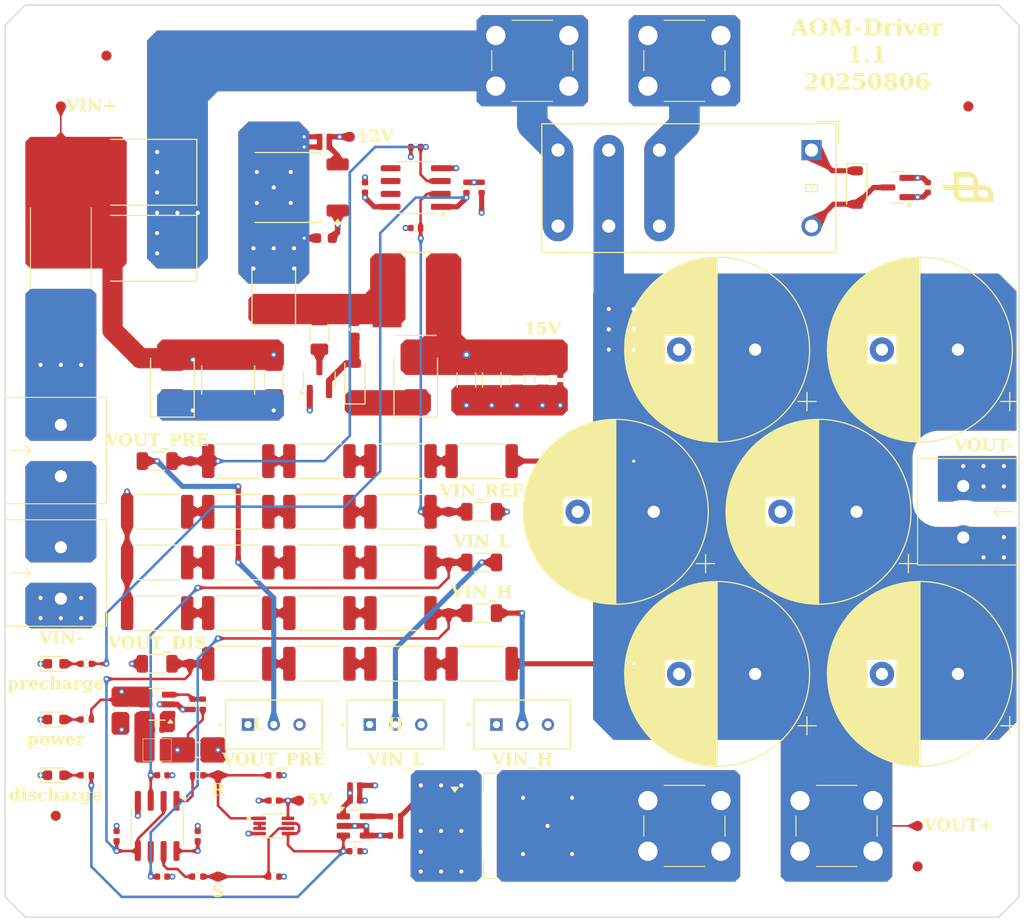
<source format=kicad_pcb>
(kicad_pcb (version 20241229) (generator "pcbnew") (generator_version "9.0")
  (title_block (title "Regen Clamp") (date "2025-08-06") (rev "1.1") (company "RLX-陈光炜"))
  (layers (0 "F.Cu" signal) (4 "In1.Cu" signal) (6 "In2.Cu" signal) (2 "B.Cu" signal) (13 "F.Paste" user) (15 "B.Paste" user) (5 "F.SilkS" user "F.Silkscreen") (7 "B.SilkS" user "B.Silkscreen") (1 "F.Mask" user) (3 "B.Mask" user) (25 "Edge.Cuts" user))
  (net 0 "")
  (net 1 "VIN+")
  (net 2 "VIN-")
  (net 3 "Net-(Q1-G)")
  (net 4 "+15V")
  (net 5 "Net-(D4-K)")
  (net 6 "Net-(D5-A)")
  (net 7 "+12V")
  (net 8 "/VIN_REF")
  (net 9 "/VOUT_REF_PRE")
  (net 10 "VOUT_REF_DIS")
  (net 11 "VOUT+")
  (net 12 "Net-(U6-SW)")
  (net 13 "Net-(U6-BS)")
  (net 14 "+5V")
  (net 15 "/Comparator/VIN_REF_H")
  (net 16 "/Comparator/VIN_REF_L")
  (net 17 "R_PRECHARGE+")
  (net 18 "Net-(D5-K)")
  (net 19 "Net-(D6-A)")
  (net 20 "Net-(D8-A)")
  (net 21 "Net-(D9-A)")
  (net 22 "Net-(D10-A)")
  (net 23 "R_DISCHARGE-")
  (net 24 "R_PRECHARGE-")
  (net 25 "Net-(Q2-G)")
  (net 26 "/PRE")
  (net 27 "Net-(U2-CS)")
  (net 28 "Net-(U3-OUT)")
  (net 29 "/DIS")
  (net 30 "Net-(R10-Pad2)")
  (net 31 "Net-(R11-Pad2)")
  (net 32 "Net-(R12-Pad2)")
  (net 33 "Net-(R13-Pad2)")
  (net 34 "Net-(R14-Pad2)")
  (net 35 "Net-(R15-Pad2)")
  (net 36 "Net-(R16-Pad2)")
  (net 37 "Net-(R17-Pad2)")
  (net 38 "Net-(U6-FB)")
  (net 39 "/Comparator/R")
  (net 40 "Net-(R27-Pad1)")
  (net 41 "/Comparator/S")
  (net 42 "Net-(R31-Pad2)")
  (net 43 "Net-(R32-Pad2)")
  (net 44 "Net-(R33-Pad2)")
  (net 45 "Net-(R37-Pad2)")
  (net 46 "Net-(R38-Pad2)")
  (net 47 "Net-(R39-Pad2)")
  (net 53 "Net-(U7-Pad2)")
  (net 54 "SW2")
  (net 55 "SW1")
  (net 56 "Net-(R18-Pad2)")
  (net 57 "Net-(R28-Pad1)")
  (net 58 "Net-(R36-Pad1)")
  (net 59 "Net-(R42-Pad1)")
  (net 61 "Net-(R23-Pad1)")
  (footprint "Inductor_SMD:L_Bourns_SRN8040TA" (layer "F.Cu") (at 216.5 85.5)
    (property "Reference" "L1" (hide yes))
    (property "Value" "1mH >600mA")
  )
  (footprint "GWGG:WJ500V-5.08-2P" (layer "F.Cu") (at 181 113.04 -90)
    (property "Reference" "J2" (hide yes))
    (property "Value" "VIN")
  )
  (footprint "Resistor_SMD:R_0402_1005Metric" (layer "F.Cu") (at 221.5 75 90)
    (property "Reference" "R2" (hide yes))
    (property "Value" "1k")
  )
  (footprint "Resistor_SMD:R_2512_6332Metric" (layer "F.Cu") (at 207 102 180)
    (property "Reference" "R17" (hide yes))
    (property "Value" "82k")
  )
  (footprint "TestPoint:TestPoint_Pad_D1.0mm" (layer "F.Cu") (at 210 70 180)
    (property "Reference" "TP4" (hide yes))
    (property "Value" "TP")
  )
  (footprint "Capacitor_SMD:C_0402_1005Metric" (layer "F.Cu") (at 210.5 134 180)
    (property "Reference" "C4" (hide yes))
    (property "Value" "1uF")
  )
  (footprint "GWGG:WJ500V-5.08-2P" (layer "F.Cu") (at 271 107 90)
    (property "Reference" "J5" (hide yes))
    (property "Value" "VOUT")
  )
  (footprint "Fiducial:Fiducial_1mm_Mask2mm" (layer "F.Cu") (at 186 62)
    (property "Reference" "FID1" (hide yes))
    (property "Value" "Fiducial")
  )
  (footprint "Capacitor_SMD:C_0402_1005Metric" (layer "F.Cu") (at 195 139 90)
    (property "Reference" "C25" (hide yes))
    (property "Value" "100nF")
  )
  (footprint "Resistor_SMD:R_0402_1005Metric" (layer "F.Cu") (at 223 75 90)
    (property "Reference" "R3" (hide yes))
    (property "Value" "10k")
  )
  (footprint "Capacitor_SMD:C_0402_1005Metric" (layer "F.Cu") (at 216.5 79 180)
    (property "Reference" "C14" (hide yes))
    (property "Value" "1uF")
  )
  (footprint "GWGG:T44001" (layer "F.Cu") (at 258 138)
    (property "Reference" "J3" (hide yes))
    (property "Value" "R_DIS+")
  )
  (footprint "Resistor_SMD:R_2512_6332Metric" (layer "F.Cu") (at 199 102 180)
    (property "Reference" "R20" (hide yes))
    (property "Value" "82k")
  )
  (footprint "Package_SO:SOIC-8_3.9x4.9mm_P1.27mm" (layer "F.Cu") (at 216.5 75 180)
    (property "Reference" "U1" (hide yes))
    (property "Value" "OPA2197xD")
  )
  (footprint "GWGG:WJ500V-5.08-2P" (layer "F.Cu") (at 181 100.96 -90)
    (property "Reference" "J1" (hide yes))
    (property "Value" "SW")
  )
  (footprint "Relay_THT:Relay_SPDT_Omron_G2RL-1-E" (layer "F.Cu") (at 255.5375 71.3125 -90)
    (property "Reference" "K1" (hide yes))
    (property "Value" "G2RL-1-E-DC12")
  )
  (footprint "Capacitor_SMD:C_1206_3216Metric" (layer "F.Cu") (at 202.5 94 -90)
    (property "Reference" "C2" (hide yes))
    (property "Value" "100nF 450V")
  )
  (footprint "GWGG:TRIM_3296W" (layer "F.Cu") (at 214.5 128)
    (property "Reference" "RV2" (hide yes))
    (property "Value" "500R")
  )
  (footprint "TestPoint:TestPoint_Pad_D1.0mm" (layer "F.Cu") (at 219.75 117)
    (property "Reference" "TP11" (hide yes))
    (property "Value" "TP")
  )
  (footprint "Diode_SMD:D_SMB" (layer "F.Cu") (at 216.5 94 90)
    (property "Reference" "D7" (hide yes))
    (property "Value" "SURS8360BT3G")
  )
  (footprint "Resistor_SMD:R_2512_6332Metric" (layer "F.Cu") (at 215 107)
    (property "Reference" "R19" (hide yes))
    (property "Value" "82k")
  )
  (footprint "MountingHole:MountingHole_3.2mm_M3" (layer "F.Cu") (at 181 142)
    (property "Reference" "H2" (hide yes))
    (property "Value" "MountingHole")
  )
  (footprint "Package_SO:SOIC-8_3.9x4.9mm_P1.27mm" (layer "F.Cu") (at 191 138 -90)
    (property "Reference" "U5" (hide yes))
    (property "Value" "OPA2197xD")
  )
  (footprint "Resistor_SMD:R_1206_3216Metric" (layer "F.Cu") (at 191 122)
    (property "Reference" "R24" (hide yes))
    (property "Value" "10k")
  )
  (footprint "Capacitor_THT:CP_Radial_D18.0mm_P7.50mm" (layer "F.Cu") (at 239.97778 107 180)
    (property "Reference" "C23" (hide yes))
    (property "Value" "150uF 450V")
  )
  (footprint "Resistor_SMD:R_0402_1005Metric" (layer "F.Cu") (at 195 143)
    (property "Reference" "R28" (hide yes))
    (property "Value" "22k")
  )
  (footprint "Capacitor_THT:CP_Radial_D18.0mm_P7.50mm" (layer "F.Cu") (at 249.97778 123 180)
    (property "Reference" "C22" (hide yes))
    (property "Value" "150uF 450V")
  )
  (footprint "Resistor_SMD:R_1206_3216Metric" (layer "F.Cu") (at 223 107 180)
    (property "Reference" "R22" (hide yes))
    (property "Value" "10k")
  )
  (footprint "GWGG:T44001" (layer "F.Cu") (at 243 138)
    (property "Reference" "J4" (hide yes))
    (property "Value" "R_DIS-")
  )
  (footprint "Resistor_SMD:R_2512_6332Metric" (layer "F.Cu") (at 191 112)
    (property "Reference" "R37" (hide yes))
    (property "Value" "82k")
  )
  (footprint "Capacitor_SMD:C_0402_1005Metric" (layer "F.Cu") (at 207.5 70)
    (property "Reference" "C17" (hide yes))
    (property "Value" "100nF")
  )
  (footprint "LED_SMD:LED_0603_1608Metric" (layer "F.Cu") (at 181 127.5)
    (property "Reference" "D8" (hide yes))
    (property "Value" "LED")
  )
  (footprint "Capacitor_SMD:C_1206_3216Metric" (layer "F.Cu") (at 224 94 -90)
    (property "Reference" "C8" (hide yes))
    (property "Value" "47uF")
  )
  (footprint "Resistor_SMD:R_1206_3216Metric" (layer "F.Cu") (at 207 89.5 90)
    (property "Reference" "R4" (hide yes))
    (property "Value" "1R")
  )
  (footprint "Capacitor_SMD:C_0402_1005Metric" (layer "F.Cu") (at 210.5 135.5)
    (property "Reference" "C5" (hide yes))
    (property "Value" "100nF")
  )
  (footprint "TestPoint:TestPoint_Pad_D1.0mm" (layer "F.Cu") (at 197 143)
    (property "Reference" "TP10" (hide yes))
    (property "Value" "TP")
  )
  (footprint "Resistor_SMD:R_2512_6332Metric" (layer "F.Cu") (at 207 122 180)
    (property "Reference" "R18" (hide yes))
    (property "Value" "82k")
  )
  (footprint "LED_SMD:LED_0603_1608Metric" (layer "F.Cu") (at 181 122)
    (property "Reference" "D9" (hide yes))
    (property "Value" "LED")
  )
  (footprint "Resistor_SMD:R_1206_3216Metric" (layer "F.Cu") (at 223 112 180)
    (property "Reference" "R42" (hide yes))
    (property "Value" "10k")
  )
  (footprint "Fiducial:Fiducial_1mm_Mask2mm" (layer "F.Cu") (at 271 67)
    (property "Reference" "FID2" (hide yes))
    (property "Value" "Fiducial")
  )
  (footprint "Capacitor_SMD:C_2220_5750Metric" (layer "F.Cu") (at 198 94 -90)
    (property "Reference" "C1" (hide yes))
    (property "Value" "2.2uF 450V")
  )
  (footprint "Capacitor_SMD:C_0402_1005Metric" (layer "F.Cu") (at 211.5 75 90)
    (property "Reference" "C18" (hide yes))
    (property "Value" "100nF")
  )
  (footprint "GWGG:TRIM_3296W" (layer "F.Cu") (at 227 128)
    (property "Reference" "RV1" (hide yes))
    (property "Value" "500R")
  )
  (footprint "Diode_SMD:D_SMB" (layer "F.Cu") (at 202.5 85 90)
    (property "Reference" "D4" (hide yes))
    (property "Value" "SURS8360BT3G")
  )
  (footprint "TestPoint:TestPoint_Pad_D1.0mm" (layer "F.Cu") (at 194.25 122 180)
    (property "Reference" "TP7" (hide yes))
    (property "Value" "TP")
  )
  (footprint "TestPoint:TestPoint_Pad_D1.0mm" (layer "F.Cu") (at 229 91.5 90)
    (property "Reference" "TP1" (hide yes))
    (property "Value" "TP")
  )
  (footprint "Capacitor_SMD:C_0402_1005Metric" (layer "F.Cu") (at 191 128.5 180)
    (property "Reference" "C27" (hide yes))
    (property "Value" "22nF")
  )
  (footprint "Resistor_SMD:R_0402_1005Metric" (layer "F.Cu") (at 184 133 180)
    (property "Reference" "R9" (hide yes))
    (property "Value" "5k")
  )
  (footprint "Capacitor_SMD:C_0805_2012Metric" (layer "F.Cu") (at 229 94 -90)
    (property "Reference" "C9" (hide yes))
    (property "Value" "22uF")
  )
  (footprint "Package_TO_SOT_SMD:TO-252-2" (layer "F.Cu") (at 203.76 75 180)
    (property "Reference" "U4" (hide yes))
    (property "Value" "L7812")
  )
  (footprint "TestPoint:TestPoint_Pad_D1.0mm" (layer "F.Cu") (at 266 138)
    (property "Reference" "TP3" (hide yes))
    (property "Value" "TP")
  )
  (footprint "Package_TO_SOT_SMD:SOT-23-6" (layer "F.Cu") (at 191 126 180)
    (property "Reference" "U6" (hide yes))
    (property "Value" "MT2492")
  )
  (footprint "Capacitor_SMD:C_0402_1005Metric" (layer "F.Cu") (at 207.5 71)
    (property "Reference" "C13" (hide yes))
    (property "Value" "1uF")
  )
  (footprint "Fiducial:Fiducial_1mm_Mask2mm" (layer "F.Cu") (at 266 142)
    (property "Reference" "FID3" (hide yes))
    (property "Value" "Fiducial")
  )
  (footprint "Resistor_SMD:R_2512_6332Metric" (layer "F.Cu") (at 215 112)
    (property "Reference" "R41" (hide yes))
    (property "Value" "82k")
  )
  (footprint "Resistor_SMD:R_2512_6332Metric" (layer "F.Cu") (at 199 107)
    (property "Reference" "R13" (hide yes))
    (property "Value" "82k")
  )
  (footprint "Diode_SMD:D_SMC" (layer "F.Cu") (at 190 73.5 180)
    (property "Reference" "D3" (hide yes))
    (property "Value" "ES10J")
  )
  (footprint "Package_TO_SOT_SMD:SOT-23-3" (layer "F.Cu") (at 207 94 90)
    (property "Reference" "U2" (hide yes))
    (property "Value" "EG1120")
  )
  (footprint "GWGG:RLX_logo-bird" (layer "F.Cu") (at 271 75)
    (property "Reference" "LOGO1" (hide yes))
    (property "Value" "LOGO" (hide yes))
  )
  (footprint "Resistor_SMD:R_2512_6332Metric" (layer "F.Cu") (at 215 122 180)
    (property "Reference" "R15" (hide yes))
    (property "Value" "82k")
  )
  (footprint "MountingHole:MountingHole_3.2mm_M3" (layer "F.Cu") (at 181 62)
    (property "Reference" "H1" (hide yes))
    (property "Value" "MountingHole")
  )
  (footprint "Capacitor_THT:CP_Radial_D18.0mm_P7.50mm" (layer "F.Cu") (at 259.97778 107 180)
    (property "Reference" "C19" (hide yes))
    (property "Value" "150uF 450V")
  )
  (footprint "Resistor_SMD:R_2512_6332Metric" (layer "F.Cu") (at 191 107)
    (property "Reference" "R10" (hide yes))
    (property "Value" "82k")
  )
  (footprint "Capacitor_SMD:C_0603_1608Metric" (layer "F.Cu") (at 207.5 80)
    (property "Reference" "C12" (hide yes))
    (property "Value" "330nF")
  )
  (footprint "Resistor_SMD:R_2512_6332Metric" (layer "F.Cu") (at 207 107)
    (property "Reference" "R16" (hide yes))
    (property "Value" "82k")
  )
  (footprint "Resistor_SMD:R_2512_6332Metric" (layer "F.Cu") (at 223 122 180)
    (property "Reference" "R12" (hide yes))
    (property "Value" "82k")
  )
  (footprint "LED_SMD:LED_0603_1608Metric" (layer "F.Cu") (at 181 133)
    (property "Reference" "D10" (hide yes))
    (property "Value" "LED")
  )
  (footprint "Capacitor_SMD:C_0402_1005Metric" (layer "F.Cu") (at 191.5 143)
    (property "Reference" "C29" (hide yes))
    (property "Value" "1uF")
  )
  (footprint "Resistor_SMD:R_1206_3216Metric" (layer "F.Cu") (at 223 117 180)
    (property "Reference" "R36" (hide yes))
    (property "Value" "10k")
  )
  (footprint "Resistor_SMD:R_2512_6332Metric" (layer "F.Cu") (at 215 117)
    (property "Reference" "R35" (hide yes))
    (property "Value" "82k")
  )
  (footprint "Package_TO_SOT_SMD:TO-263-2" (layer "F.Cu") (at 228 138)
    (property "Reference" "Q2" (hide yes))
    (property "Value" "IRF740STRLPBF")
  )
  (footprint "Fiducial:Fiducial_1mm_Mask2mm" (layer "F.Cu") (at 181 137)
    (property "Reference" "FID4" (hide yes))
    (property "Value" "Fiducial")
  )
  (footprint "TestPoint:TestPoint_Pad_D1.0mm" (layer "F.Cu") (at 181.5 67)
    (property "Reference" "TP2" (hide yes))
    (property "Value" "TP")
  )
  (footprint "Capacitor_SMD:C_0805_2012Metric" (layer "F.Cu") (at 195 130.5)
    (property "Reference" "C28" (hide yes))
    (property "Value" "22uF")
  )
  (footprint "Diode_SMD:D_SMB" (layer "F.Cu") (at 192.5 94 90)
    (property "Reference" "D1" (hide yes))
    (property "Value" "SMBJ350CA")
  )
  (footprint "Capacitor_SMD:C_0402_1005Metric" (layer "F.Cu") (at 267 75 90)
    (property "Reference" "C3" (hide yes))
    (property "Value" "100nF")
  )
  (footprint "TestPoint:TestPoint_Pad_D1.0mm" (layer "F.Cu") (at 197 133)
    (property "Reference" "TP9" (hide yes))
    (property "Value" "TP")
  )
  (footprint "Capacitor_THT:CP_Radial_D18.0mm_P7.50mm" (layer "F.Cu") (at 269.97778 91 180)
    (property "Reference" "C20" (hide yes))
    (property "Value" "150uF 450V")
  )
  (footprint "MountingHole:MountingHole_3.2mm_M3" (layer "F.Cu") (at 271 142)
    (property "Reference" "H3" (hide yes))
    (property "Value" "MountingHole")
  )
  (footprint "Resistor_SMD:R_0402_1005Metric" (layer "F.Cu") (at 184 122 180)
    (property "Reference" "R8" (hide yes))
    (property "Value" "15k")
  )
  (footprint "MountingHole:MountingHole_3.2mm_M3" (layer "F.Cu") (at 271 62)
    (property "Reference" "H4" (hide yes))
    (property "Value" "MountingHole")
  )
  (footprint "Resistor_SMD:R_2512_6332Metric" (layer "F.Cu") (at 199 112)
    (property "Reference" "R38" (hide yes))
    (property "Value" "82k")
  )
  (footprint "Resistor_SMD:R_2512_6332Metric" (layer "F.Cu") (at 223 102 180)
    (property "Reference" "R11" (hide yes))
    (property "Value" "82k")
  )
  (footprint "Resistor_SMD:R_0402_1005Metric" (layer "F.Cu") (at 202.5 133 180)
    (property "Reference" "R29" (hide yes))
    (property "Value" "10k")
  )
  (footprint "TestPoint:TestPoint_Pad_D1.0mm" (layer "F.Cu") (at 194.25 102)
    (property "Reference" "TP6" (hide yes))
    (property "Value" "TP")
  )
  (footprint "Resistor_SMD:R_0402_1005Metric" (layer "F.Cu") (at 214.5 138.95)
    (property "Reference" "R6" (hide yes))
    (property "Value" "10k")
  )
  (footprint "Package_TO_SOT_SMD:SOT-23-5" (layer "F.Cu") (at 210.5 138)
    (property "Reference" "U3" (hide yes))
    (property "Value" "UCC27517DBVR")
  )
  (footprint "Capacitor_SMD:C_0402_1005Metric" (layer "F.Cu") (at 187 139 90)
    (property "Reference" "C16" (hide yes))
    (property "Value" "1uF")
  )
  (footprint "GWGG:L_FTC252010S4R7MBCA" (layer "F.Cu") (at 191 130.5)
    (property "Reference" "L2" (hide yes))
    (property "Value" "10uH")
  )
  (footprint "Resistor_SMD:R_0402_1005Metric" (layer "F.Cu") (at 202.5 143 180)
    (property "Reference" "R30" (hide yes))
    (property "Value" "10k")
  )
  (footprint "Resistor_SMD:R_0402_1005Metric" (layer "F.Cu") (at 195 133)
    (property "Reference" "R27" (hide yes))
    (property "Value" "22k")
  )
  (footprint "Capacitor_SMD:C_0805_2012Metric" (layer "F.Cu") (at 226.5 94 -90)
    (property "Reference" "C10" (hide yes))
    (property "Value" "22uF")
  )
  (footprint "Resistor_SMD:R_2512_6332Metric" (layer "F.Cu") (at 207 112)
    (property "Reference" "R39" (hide yes))
    (property "Value" "82k")
  )
  (footprint "GWGG:T44001" (layer "F.Cu") (at 243 62.5 180)
    (property "Reference" "J7" (hide yes))
    (property "Value" "R_PRE-")
  )
  (footprint "Resistor_SMD:R_0402_1005Metric" (layer "F.Cu") (at 195.5 126 90)
    (property "Reference" "R25" (hide yes))
    (property "Value" "110k")
  )
  (footprint "Diode_SMD:D_SOD-123" (layer "F.Cu") (at 210.5 94 90)
    (property "Reference" "D5" (hide yes))
    (property "Value" "BZT52C10")
  )
  (footprint "Capacitor_SMD:C_0402_1005Metric" (layer "F.Cu") (at 191.5 133)
    (property "Reference" "C31" (hide yes))
    (property "Value" "1uF")
  )
  (footprint "TestPoint:TestPoint_Pad_D1.0mm" (layer "F.Cu") (at 205 135.5 180)
    (property "Reference" "TP8" (hide yes))
    (property "Value" "TP")
  )
  (footprint "Capacitor_SMD:C_0402_1005Metric" (layer "F.Cu") (at 216.5 71 180)
    (property "Reference" "C15" (hide yes))
    (property "Value" "1uF")
  )
  (footprint "GWGG:T44001" (layer "F.Cu") (at 228 62.5 180)
    (property "Reference" "J6" (hide yes))
    (property "Value" "R_PRE+")
  )
  (footprint "Resistor_SMD:R_2512_6332Metric" (layer "F.Cu") (at 199 122 180)
    (property "Reference" "R21" (hide yes))
    (property "Value" "82k")
  )
  (footprint "Package_SO:VSSOP-8_2.3x2mm_P0.5mm" (layer "F.Cu") (at 202.5 138)
    (property "Reference" "U7" (hide yes))
    (property "Value" "SN74LVC2G02DCUR")
  )
  (footprint "Capacitor_SMD:C_1206_3216Metric" (layer "F.Cu") (at 221.5 94 -90)
    (property "Reference" "C7" (hide yes))
    (property "Value" "47uF")
  )
  (footprint "Capacitor_SMD:C_0603_1608Metric" (layer "F.Cu") (at 210.5 89 -90)
    (property "Reference" "C6" (hide yes))
    (property "Value" "2.2uF")
  )
  (footprint "Capacitor_SMD:C_0402_1005Metric" (layer "F.Cu") (at 230.75 94 -90)
    (property "Reference" "C11" (hide yes))
    (property "Value" "100nF")
  )
  (footprint "GWGG:0477005.MXP" (layer "F.Cu") (at 181.5 81 -90)
    (property "Reference" "F1" (hide yes))
    (property "Value" "0477005.MXP")
  )
  (footprint "Resistor_SMD:R_0402_1005Metric" (layer "F.Cu") (at 184 127.5 180)
    (property "Reference" "R7" (hide yes))
    (property "Value" "12k")
  )
  (footprint "Diode_SMD:D_SMC" (layer "F.Cu") (at 190 81 180)
    (property "Reference" "D2" (hide yes))
    (property "Value" "ES10J")
  )
  (footprint "GWGG:TRIM_3296W" (layer "F.Cu") (at 202.5 128)
    (property "Reference" "RV3" (hide yes))
    (property "Value" "10k")
  )
  (footprint "Resistor_SMD:R_2512_6332Metric" (layer "F.Cu") (at 215 102 180)
    (property "Reference" "R14" (hide yes))
    (property "Value" "82k")
  )
  (footprint "TestPoint:TestPoint_Pad_D1.0mm" (layer "F.Cu") (at 219.75 107)
    (property "Reference" "TP5" (hide yes))
    (property "Value" "TP")
  )
  (footprint "Resistor_SMD:R_0402_1005Metric" (layer "F.Cu") (at 210.5 140.5 180)
    (property "Reference" "R1" (hide yes))
    (property "Value" "10k")
  )
  (footprint "Capacitor_SMD:C_0402_1005Metric" (layer "F.Cu") (at 202.5 135.5 180)
    (property "Reference" "C30" (hide yes))
    (property "Value" "100nF")
  )
  (footprint "Package_TO_SOT_SMD:SOT-23" (layer "F.Cu") (at 264 75 180)
    (property "Reference" "Q1" (hide yes))
    (property "Value" "BSS138")
  )
  (footprint "Resistor_SMD:R_2512_6332Metric" (layer "F.Cu") (at 199 117)
    (property "Reference" "R32" (hide yes))
    (property "Value" "82k")
  )
  (footprint "Capacitor_THT:CP_Radial_D18.0mm_P7.50mm" (layer "F.Cu") (at 269.97778 123 180)
    (property "Reference" "C24" (hide yes))
    (property "Value" "150uF 450V")
  )
  (footprint "Resistor_SMD:R_2512_6332Metric" (layer "F.Cu") (at 191 117)
    (property "Reference" "R31" (hide yes))
    (property "Value" "82k")
  )
  (footprint "Diode_SMD:D_SOD-123" (layer "F.Cu") (at 260 75 -90)
    (property "Reference" "D6" (hide yes))
    (property "Value" "1N4148W")
  )
  (footprint "TestPoint:TestPoint_Pad_D1.0mm" (layer "F.Cu") (at 219.75 112)
    (property "Reference" "TP12" (hide yes))
    (property "Value" "TP")
  )
  (footprint "Capacitor_SMD:C_0805_2012Metric" (layer "F.Cu") (at 187.5 126.5 -90)
    (property "Reference" "C26" (hide yes))
    (property "Value" "22uF")
  )
  (footprint "Resistor_SMD:R_1206_3216Metric" (layer "F.Cu") (at 191 102)
    (property "Reference" "R23" (hide yes))
    (property "Value" "10k")
  )
  (footprint "Resistor_SMD:R_0402_1005Metric" (layer "F.Cu") (at 214.5 137.05)
    (property "Reference" "R5" (hide yes))
    (property "Value" "10R")
  )
  (footprint "Resistor_SMD:R_0402_1005Metric" (layer "F.Cu") (at 194.5 126 -90)
    (property "Reference" "R26" (hide yes))
    (property "Value" "15k")
  )
  (footprint "Capacitor_THT:CP_Radial_D18.0mm_P7.50mm" (layer "F.Cu") (at 249.97778 91 180)
    (property "Reference" "C21" (hide yes))
    (property "Value" "150uF 450V")
  )
  (footprint "Resistor_SMD:R_2512_6332Metric" (layer "F.Cu") (at 207 117)
    (property "Reference" "R33" (hide yes))
    (property "Value" "82k")
  )
  (gr_line (start 176 145) (end 176 59) (stroke (width 0.1)) (layer "Edge.Cuts"))
  (gr_line (start 176 145) (end 178 147) (stroke (width 0.1)) (layer "Edge.Cuts"))
  (gr_line (start 178 57) (end 274 57) (stroke (width 0.1)) (layer "Edge.Cuts"))
  (gr_line (start 274 57) (end 276 59) (stroke (width 0.1)) (layer "Edge.Cuts"))
  (gr_line (start 276 145) (end 274 147) (stroke (width 0.1)) (layer "Edge.Cuts"))
  (gr_line (start 274 147) (end 178 147) (stroke (width 0.1)) (layer "Edge.Cuts"))
  (gr_line (start 276 145) (end 276 59) (stroke (width 0.1)) (layer "Edge.Cuts"))
  (gr_line (start 178 57) (end 176 59) (stroke (width 0.1)) (layer "Edge.Cuts"))
  (gr_text "discharge" (at 181 135 0) (layer "F.SilkS") (effects (font (size 1.2 1.2) (thickness 0.2) (bold yes))))
  (gr_text "VOUT-" (at 272.5 100.5 0) (layer "F.SilkS") (effects (font (size 1.2 1.2) (thickness 0.2) (bold yes))))
  (gr_text "VIN_H" (at 223 115 0) (layer "F.SilkS") (effects (font (size 1.2 1.2) (thickness 0.2) (bold yes))))
  (gr_text "12V" (at 212.5 70 0) (layer "F.SilkS") (effects (font (size 1.2 1.2) (thickness 0.2) (bold yes))))
  (gr_text "VIN_L" (at 214.5 131.5 0) (layer "F.SilkS") (effects (font (size 1.2 1.2) (thickness 0.2) (bold yes))))
  (gr_text "VIN-" (at 181.5 119.5 0) (layer "F.SilkS") (effects (font (size 1.2 1.2) (thickness 0.2) (bold yes))))
  (gr_text "power" (at 181 129.5 0) (layer "F.SilkS") (effects (font (size 1.2 1.2) (thickness 0.2) (bold yes))))
  (gr_text "L" (at 201 128 0) (layer "F.SilkS") (effects (font (size 1.2 1.2) (thickness 0.2) (bold yes))))
  (gr_text "5V" (at 207 135.5 0) (layer "F.SilkS") (effects (font (size 1.2 1.2) (thickness 0.2) (bold yes))))
  (gr_text "VOUT_DIS" (at 191 120 0) (layer "F.SilkS") (effects (font (size 1.2 1.2) (thickness 0.2) (bold yes))))
  (gr_text "H" (at 214.5 128 0) (layer "F.SilkS") (effects (font (size 1.2 1.2) (thickness 0.2) (bold yes))))
  (gr_text "VIN_L" (at 223 110 0) (layer "F.SilkS") (effects (font (size 1.2 1.2) (thickness 0.2) (bold yes))))
  (gr_text "VIN_H" (at 227 131.5 0) (layer "F.SilkS") (effects (font (size 1.2 1.2) (thickness 0.2) (bold yes))))
  (gr_text "VOUT_PRE" (at 191 100 0) (layer "F.SilkS") (effects (font (size 1.2 1.2) (thickness 0.2) (bold yes))))
  (gr_text "S" (at 197 144.5 0) (layer "F.SilkS") (effects (font (size 1.2 1.2) (thickness 0.2) (bold yes))))
  (gr_text "R" (at 197 134.5 0) (layer "F.SilkS") (effects (font (size 1.2 1.2) (thickness 0.2) (bold yes))))
  (gr_text "VIN_REF" (at 223 105 0) (layer "F.SilkS") (effects (font (size 1.2 1.2) (thickness 0.2) (bold yes))))
  (gr_text "15V" (at 229 89 0) (layer "F.SilkS") (effects (font (size 1.2 1.2) (thickness 0.2) (bold yes))))
  (gr_text "VIN+" (at 184.5 67 0) (layer "F.SilkS") (effects (font (size 1.2 1.2) (thickness 0.2) (bold yes))))
  (gr_text "AOM-Driver\n1.1\n20250806" (at 261 62 0) (layer "F.SilkS") (effects (font (size 1.6 1.6) (thickness 0.2) (bold yes))))
  (gr_text "VOUT_PRE" (at 202.5 131.5 0) (layer "F.SilkS") (effects (font (size 1.2 1.2) (thickness 0.2) (bold yes))))
  (gr_text "VOUT+" (at 270 138 0) (layer "F.SilkS") (effects (font (size 1.2 1.2) (thickness 0.2) (bold yes))))
  (gr_text "precharge" (at 181 124 0) (layer "F.SilkS") (effects (font (size 1.2 1.2) (thickness 0.2) (bold yes))))
  (segment (start 186.6 81) (end 186.6 89.1) (width 2) (layer "F.Cu") (net 1))
  (segment (start 188.0375 107) (end 188.0375 112) (width 0.5) (layer "F.Cu") (net 1))
  (segment (start 186.6 89.1) (end 189.35 91.85) (width 2) (layer "F.Cu") (net 1))
  (segment (start 206.05 97) (end 206.05 95.1375) (width 0.6) (layer "F.Cu") (net 1))
  (segment (start 189.35 91.85) (end 192.5 91.85) (width 2) (layer "F.Cu") (net 1))
  (segment (start 181.5 67) (end 181.5 73.55) (width 0.1524) (layer "F.Cu") (net 1))
  (segment (start 188.0375 112) (end 188.0375 117) (width 0.5) (layer "F.Cu") (net 1))
  (segment (start 188.0375 105) (end 188.0375 107) (width 0.5) (layer "F.Cu") (net 1))
  (via (at 202.5 91.5) (size 0.6) (drill 0.3) (layers "F.Cu" "B.Cu") (net 1))
  (via (at 188.0375 105) (size 0.6) (drill 0.3) (layers "F.Cu" "B.Cu") (net 1))
  (via (at 194.5 92) (size 0.6) (drill 0.3) (layers "F.Cu" "B.Cu") (net 1))
  (via (at 206.05 97) (size 0.6) (drill 0.3) (layers "F.Cu" "B.Cu") (net 1))
  (segment (start 216.02 72) (end 216.02 71) (width 0.254) (layer "F.Cu") (net 2))
  (segment (start 207.02 70) (end 205.5 70) (width 0.5) (layer "F.Cu") (net 2))
  (segment (start 223 75.51) (end 223 77.5) (width 0.5) (layer "F.Cu") (net 2))
  (segment (start 203.01 133) (end 203.5 133) (width 0.254) (layer "F.Cu") (net 2))
  (segment (start 213 138.95) (end 213.99 138.95) (width 0.5) (layer "F.Cu") (net 2))
  (segment (start 266 74.05) (end 266.53 74.05) (width 0.5) (layer "F.Cu") (net 2))
  (segment (start 266.53 74.05) (end 267 74.52) (width 0.5) (layer "F.Cu") (net 2))
  (segment (start 180.2125 133) (end 179.5 133) (width 0.254) (layer "F.Cu") (net 2))
  (segment (start 211.5 74.52) (end 211.5 74) (width 0.5) (layer "F.Cu") (net 2))
  (segment (start 192.1375 126) (end 191.25 126) (width 0.5) (layer "F.Cu") (net 2))
  (segment (start 221.5 95.475) (end 221.5 96.5) (width 0.5) (layer "F.Cu") (net 2))
  (segment (start 264.9375 74.05) (end 266 74.05) (width 0.5) (layer "F.Cu") (net 2))
  (segment (start 189.095 137) (end 189.095 135.525) (width 0.5) (layer "F.Cu") (net 2))
  (segment (start 230.75 94.48) (end 230.75 96.5) (width 0.5) (layer "F.Cu") (net 2))
  (segment (start 201.1 138.75) (end 200 138.75) (width 0.254) (layer "F.Cu") (net 2))
  (segment (start 193.51 126.51) (end 194.5 126.51) (width 0.5) (layer "F.Cu") (net 2))
  (segment (start 211.6375 138.95) (end 213 138.95) (width 0.5) (layer "F.Cu") (net 2))
  (segment (start 224 95.475) (end 224 96.5) (width 0.5) (layer "F.Cu") (net 2))
  (segment (start 191.98 133) (end 192.5 133) (width 0.254) (layer "F.Cu") (net 2))
  (segment (start 180.2125 122) (end 179.5 122) (width 0.254) (layer "F.Cu") (net 2))
  (segment (start 210.98 134) (end 210.98 135.5) (width 0.5) (layer "F.Cu") (net 2))
  (segment (start 224.4625 107) (end 225.5 107) (width 0.5) (layer "F.Cu") (net 2))
  (segment (start 210.5 138) (end 211.6375 138) (width 0.5) (layer "F.Cu") (net 2))
  (segment (start 209.3625 138) (end 210.5 138) (width 0.5) (layer "F.Cu") (net 2))
  (segment (start 207.02 70) (end 207.02 71) (width 0.5) (layer "F.Cu") (net 2))
  (segment (start 211.6375 138) (end 211.6375 138.95) (width 0.5) (layer "F.Cu") (net 2))
  (segment (start 191.98 143) (end 192.5 143) (width 0.254) (layer "F.Cu") (net 2))
  (segment (start 195 138.52) (end 195 138) (width 0.254) (layer "F.Cu") (net 2))
  (segment (start 218.975 73.095) (end 220.5 73.095) (width 0.5) (layer "F.Cu") (net 2))
  (segment (start 187 138.52) (end 187 138) (width 0.254) (layer "F.Cu") (net 2))
  (segment (start 210.98 135.5) (end 211.5 135.5) (width 0.5) (layer "F.Cu") (net 2))
  (segment (start 180.2125 127.5) (end 179.5 127.5) (width 0.254) (layer "F.Cu") (net 2))
  (segment (start 216.02 79) (end 215.5 79) (width 0.254) (layer "F.Cu") (net 2))
  (segment (start 229 94.95) (end 229 96.5) (width 0.5) (layer "F.Cu") (net 2))
  (segment (start 207.02 71) (end 205.5 71) (width 0.5) (layer "F.Cu") (net 2))
  (segment (start 211.01 140.5) (end 211.5 140.5) (width 0.254) (layer "F.Cu") (net 2))
  (segment (start 210.98 134) (end 212.5 134) (width 0.5) (layer "F.Cu") (net 2))
  (segment (start 226.5 94.95) (end 226.5 96.5) (width 0.5) (layer "F.Cu") (net 2))
  (segment (start 189.5375 122) (end 188.5 122) (width 0.5) (layer "F.Cu") (net 2))
  (segment (start 192.1375 126) (end 193 126) (width 0.5) (layer "F.Cu") (net 2))
  (segment (start 206.725 80) (end 205.5 80) (width 0.5) (layer "F.Cu") (net 2))
  (segment (start 193 126) (end 193.51 126.51) (width 0.5) (layer "F.Cu") (net 2))
  (segment (start 202.02 135.5) (end 201 135.5) (width 0.254) (layer "F.Cu") (net 2))
  (segment (start 203.01 143) (end 203.5 143) (width 0.254) (layer "F.Cu") (net 2))
  (via (at 219 138.5) (size 0.8) (drill 0.4) (layers "F.Cu" "B.Cu") (net 2))
  (via (at 179.5 127.5) (size 0.6) (drill 0.3) (layers "F.Cu" "B.Cu") (net 2))
  (via (at 205.5 70) (size 0.6) (drill 0.3) (layers "F.Cu" "B.Cu") (net 2))
  (via (at 217 134) (size 0.8) (drill 0.4) (layers "F.Cu" "B.Cu") (net 2))
  (via (at 200 138.75) (size 0.6) (drill 0.3) (layers "F.Cu" "B.Cu") (net 2))
  (via (at 179.5 115.5) (size 0.8) (drill 0.4) (layers "F.Cu" "B.Cu") (net 2))
  (via (at 187.5 128.5) (size 0.6) (drill 0.3) (layers "F.Cu" "B.Cu") (net 2))
  (via (at 229 96.5) (size 0.6) (drill 0.3) (layers "F.Cu" "B.Cu") (net 2))
  (via (at 195 138) (size 0.6) (drill 0.3) (layers "F.Cu" "B.Cu") (net 2))
  (via (at 211.6375 138) (size 0.6) (drill 0.3) (layers "F.Cu" "B.Cu") (net 2))
  (via (at 187 138) (size 0.6) (drill 0.3) (layers "F.Cu" "B.Cu") (net 2))
  (via (at 219 142.5) (size 0.8) (drill 0.4) (layers "F.Cu" "B.Cu") (net 2))
  (via (at 204.175 73.475) (size 0.8) (drill 0.4) (layers "F.Cu" "B.Cu") (net 2))
  (via (at 191.25 126) (size 0.6) (drill 0.3) (layers "F.Cu" "B.Cu") (net 2))
  (via (at 200.5 81) (size 0.8) (drill 0.4) (layers "F.Cu" "B.Cu") (net 2))
  (via (at 201 135.5) (size 0.6) (drill 0.3) (layers "F.Cu" "B.Cu") (net 2))
  (via (at 203.5 133) (size 0.6) (drill 0.3) (layers "F.Cu" "B.Cu") (net 2))
  (via (at 183.5 115.5) (size 0.8) (drill 0.4) (layers "F.Cu" "B.Cu") (net 2))
  (via (at 204.175 76.525) (size 0.8) (drill 0.4) (layers "F.Cu" "B.Cu") (net 2))
  (via (at 217 140.54) (size 0.8) (drill 0.4) (layers "F.Cu" "B.Cu") (net 2))
  (via (at 272.5 104.5) (size 0.8) (drill 0.4) (layers "F.Cu" "B.Cu") (net 2))
  (via (at 272.5 102.5) (size 0.8) (drill 0.4) (layers "F.Cu" "B.Cu") (net 2))
  (via (at 204.5 81) (size 0.8) (drill 0.4) (layers "F.Cu" "B.Cu") (net 2))
  (via (at 270.5 102.5) (size 0.8) (drill 0.4) (layers "F.Cu" "B.Cu") (net 2))
  (via (at 216.02 72) (size 0.6) (drill 0.3) (layers "F.Cu" "B.Cu") (net 2))
  (via (at 221.5 96.5) (size 0.6) (drill 0.3) (layers "F.Cu" "B.Cu") (net 2))
  (via (at 183.5 117.5) (size 0.8) (drill 0.4) (layers "F.Cu" "B.Cu") (net 2))
  (via (at 188.5 122) (size 0.6) (drill 0.3) (layers "F.Cu" "B.Cu") (net 2))
  (via (at 219 134) (size 0.8) (drill 0.4) (layers "F.Cu" "B.Cu") (net 2))
  (via (at 221 142.5) (size 0.8) (drill 0.4) (layers "F.Cu" "B.Cu") (net 2))
  (via (at 215.5 79) (size 0.6) (drill 0.3) (layers "F.Cu" "B.Cu") (net 2))
  (via (at 274.5 102.5) (size 0.8) (drill 0.4) (layers "F.Cu" "B.Cu") (net 2))
  (via (at 210.5 138) (size 0.6) (drill 0.3) (layers "F.Cu" "B.Cu") (net 2))
  (via (at 213 138.95) (size 0.6) (drill 0.3) (layers "F.Cu" "B.Cu") (net 2))
  (via (at 220.5 73.095) (size 0.6) (drill 0.3) (layers "F.Cu" "B.Cu") (net 2))
  (via (at 205.5 80) (size 0.6) (drill 0.3) (layers "F.Cu" "B.Cu") (net 2))
  (via (at 202.5 97) (size 0.8) (drill 0.4) (layers "F.Cu" "B.Cu") (net 2))
  (via (at 217 142.5) (size 0.8) (drill 0.4) (layers "F.Cu" "B.Cu") (net 2))
  (via (at 194.5 97) (size 0.8) (drill 0.4) (layers "F.Cu" "B.Cu") (net 2))
  (via (at 221 134) (size 0.8) (drill 0.4) (layers "F.Cu" "B.Cu") (net 2))
  (via (at 200.825 76.525) (size 0.8) (drill 0.4) (layers "F.Cu" "B.Cu") (net 2))
  (via (at 205.5 71) (size 0.6) (drill 0.3) (layers "F.Cu" "B.Cu") (net 2))
  (via (at 193.51 126.51) (size 0.6) (drill 0.3) (layers "F.Cu" "B.Cu") (net 2))
  (via (at 211.5 135.5) (size 0.6) (drill 0.3) (layers "F.Cu" "B.Cu") (net 2))
  (via (at 225.5 107) (size 0.6) (drill 0.3) (layers "F.Cu" "B.Cu") (net 2))
  (via (at 226.5 96.5) (size 0.6) (drill 0.3) (layers "F.Cu" "B.Cu") (net 2))
  (via (at 266 74.05) (size 0.6) (drill 0.3) (layers "F.Cu" "B.Cu") (net 2))
  (via (at 224 96.5) (size 0.6) (drill 0.3) (layers "F.Cu" "B.Cu") (net 2))
  (via (at 204.5 83) (size 0.8) (drill 0.4) (layers "F.Cu" "B.Cu") (net 2))
  (via (at 203.5 143) (size 0.6) (drill 0.3) (layers "F.Cu" "B.Cu") (net 2))
  (via (at 202.5 81) (size 0.8) (drill 0.4) (layers "F.Cu" "B.Cu") (net 2))
  (via (at 179.5 133) (size 0.6) (drill 0.3) (layers "F.Cu" "B.Cu") (net 2))
  (via (at 200.825 73.475) (size 0.8) (drill 0.4) (layers "F.Cu" "B.Cu") (net 2))
  (via (at 217 138.5) (size 0.8) (drill 0.4) (layers "F.Cu" "B.Cu") (net 2))
  (via (at 200.5 83) (size 0.8) (drill 0.4) (layers "F.Cu" "B.Cu") (net 2))
  (via (at 192.5 133) (size 0.6) (drill 0.3) (layers "F.Cu" "B.Cu") (net 2))
  (via (at 189.095 137) (size 0.6) (drill 0.3) (layers "F.Cu" "B.Cu") (net 2))
  (via (at 181.5 117.5) (size 0.8) (drill 0.4) (layers "F.Cu" "B.Cu") (net 2))
  (via (at 212.5 134) (size 0.6) (drill 0.3) (layers "F.Cu" "B.Cu") (net 2))
  (via (at 211.5 140.5) (size 0.6) (drill 0.3) (layers "F.Cu" "B.Cu") (net 2))
  (via (at 197 130.5) (size 0.6) (drill 0.3) (layers "F.Cu" "B.Cu") (net 2))
  (via (at 192.5 143) (size 0.6) (drill 0.3) (layers "F.Cu" "B.Cu") (net 2))
  (via (at 202.5 75) (size 0.8) (drill 0.4) (layers "F.Cu" "B.Cu") (net 2))
  (via (at 179.5 122) (size 0.6) (drill 0.3) (layers "F.Cu" "B.Cu") (net 2))
  (via (at 211.5 74) (size 0.6) (drill 0.3) (layers "F.Cu" "B.Cu") (net 2))
  (via (at 179.5 117.5) (size 0.8) (drill 0.4) (layers "F.Cu" "B.Cu") (net 2))
  (via (at 274.5 104.5) (size 0.8) (drill 0.4) (layers "F.Cu" "B.Cu") (net 2))
  (via (at 221 138.5) (size 0.8) (drill 0.4) (layers "F.Cu" "B.Cu") (net 2))
  (via (at 223 77.5) (size 0.6) (drill 0.3) (layers "F.Cu" "B.Cu") (net 2))
  (via (at 230.75 96.5) (size 0.6) (drill 0.3) (layers "F.Cu" "B.Cu") (net 2))
  (segment (start 266 75.95) (end 264.9375 75.95) (width 0.5) (layer "F.Cu") (net 3))
  (segment (start 223 74.49) (end 222.25 74.49) (width 0.5) (layer "F.Cu") (net 3))
  (segment (start 266.53 75.95) (end 267 75.48) (width 0.5) (layer "F.Cu") (net 3))
  (segment (start 221.5 74.49) (end 222.25 74.49) (width 0.5) (layer "F.Cu") (net 3))
  (segment (start 266 75.95) (end 266.53 75.95) (width 0.5) (layer "F.Cu") (net 3))
  (via (at 266 75.95) (size 0.6) (drill 0.3) (layers "F.Cu" "B.Cu") (net 3))
  (via (at 222.25 74.49) (size 0.6) (drill 0.3) (layers "F.Cu" "B.Cu") (net 3))
  (segment (start 209.3625 136.1575) (end 210.02 135.5) (width 0.5) (layer "F.Cu") (net 4))
  (segment (start 208.8 77.28) (end 208.8 78.7) (width 0.5) (layer "F.Cu") (net 4))
  (segment (start 210.02 134.75) (end 210.02 135.5) (width 0.5) (layer "F.Cu") (net 4))
  (segment (start 208.8 78.7) (end 208.8 79.475) (width 0.5) (layer "F.Cu") (net 4))
  (segment (start 208.8 79.475) (end 208.275 80) (width 0.5) (layer "F.Cu") (net 4))
  (segment (start 211.5 75.48) (end 211.5 76) (width 0.5) (layer "F.Cu") (net 4))
  (segment (start 214.025 76.905) (end 212.405 76.905) (width 0.5) (layer "F.Cu") (net 4))
  (segment (start 212.405 76.905) (end 211.5 76) (width 0.5) (layer "F.Cu") (net 4))
  (segment (start 209.3625 137.05) (end 209.3625 136.1575) (width 0.5) (layer "F.Cu") (net 4))
  (segment (start 195 139.48) (end 195 140.475) (width 0.254) (layer "F.Cu") (net 4))
  (segment (start 195 140.475) (end 192.905 140.475) (width 0.254) (layer "F.Cu") (net 4))
  (segment (start 210.02 134) (end 210.02 134.75) (width 0.5) (layer "F.Cu") (net 4))
  (via (at 221.5 91.5) (size 0.8) (drill 0.4) (layers "F.Cu" "B.Cu") (net 4))
  (via (at 195 140.475) (size 0.6) (drill 0.3) (layers "F.Cu" "B.Cu") (net 4))
  (via (at 210.02 134.75) (size 0.6) (drill 0.3) (layers "F.Cu" "B.Cu") (net 4))
  (via (at 208.8 78.7) (size 0.6) (drill 0.3) (layers "F.Cu" "B.Cu") (net 4))
  (via (at 211.5 76) (size 0.6) (drill 0.3) (layers "F.Cu" "B.Cu") (net 4))
  (segment (start 207.95 95.1375) (end 207.95 94.05) (width 0.6) (layer "F.Cu") (net 6))
  (segment (start 207.95 94.05) (end 209.65 92.35) (width 0.6) (layer "F.Cu") (net 6))
  (segment (start 209.65 92.35) (end 210.5 92.35) (width 0.6) (layer "F.Cu") (net 6))
  (segment (start 210.5 92.35) (end 210.5 89.775) (width 0.9) (layer "F.Cu") (net 6))
  (segment (start 187.5 125.55) (end 187.5 124.75) (width 0.5) (layer "F.Cu") (net 7))
  (segment (start 209 70) (end 210 70) (width 0.5) (layer "F.Cu") (net 7))
  (segment (start 187.5 125.55) (end 185.45 125.55) (width 0.254) (layer "F.Cu") (net 7))
  (segment (start 207.98 70) (end 209 70) (width 0.5) (layer "F.Cu") (net 7))
  (segment (start 208.8 71.82) (end 207.98 71) (width 0.5) (layer "F.Cu") (net 7))
  (segment (start 260 73.35) (end 257.575 73.35) (width 0.5) (layer "F.Cu") (net 7))
  (segment (start 185.45 125.55) (end 184.51 126.49) (width 0.254) (layer "F.Cu") (net 7))
  (segment (start 257.575 73.35) (end 255.5375 71.3125) (width 0.5) (layer "F.Cu") (net 7))
  (segment (start 184.51 126.49) (end 184.51 127.5) (width 0.254) (layer "F.Cu") (net 7))
  (segment (start 207.98 70) (end 207.98 71) (width 0.5) (layer "F.Cu") (net 7))
  (segment (start 208.8 72.72) (end 208.8 71.82) (width 0.5) (layer "F.Cu") (net 7))
  (via (at 187.5 124.75) (size 0.6) (drill 0.3) (layers "F.Cu" "B.Cu") (net 7))
  (via (at 209 70) (size 0.6) (drill 0.3) (layers "F.Cu" "B.Cu") (net 7))
  (segment (start 221.5375 107) (end 219.75 107) (width 0.5) (layer "F.Cu") (net 8))
  (segment (start 217.615 75.635) (end 218.975 75.635) (width 0.254) (layer "F.Cu") (net 8))
  (segment (start 216.98 79) (end 216.98 79.98) (width 0.254) (layer "F.Cu") (net 8))
  (segment (start 216.98 76.27) (end 217.615 75.635) (width 0.254) (layer "F.Cu") (net 8))
  (segment (start 217.9625 107) (end 219.75 107) (width 0.5) (layer "F.Cu") (net 8))
  (segment (start 216.98 79) (end 216.98 76.27) (width 0.254) (layer "F.Cu") (net 8))
  (segment (start 217.9625 107) (end 217 107) (width 0.5) (layer "F.Cu") (net 8))
  (segment (start 216.98 79.98) (end 217 80) (width 0.254) (layer "F.Cu") (net 8))
  (via (at 217 107) (size 0.6) (drill 0.3) (layers "F.Cu" "B.Cu") (net 8))
  (via (at 217 80) (size 0.6) (drill 0.3) (layers "F.Cu" "B.Cu") (net 8))
  (segment (start 217 107) (end 217 80) (width 0.254) (layer "B.Cu") (net 8))
  (segment (start 216.98 73.73) (end 217.615 74.365) (width 0.254) (layer "F.Cu") (net 9))
  (segment (start 192.4625 102) (end 194.25 102) (width 0.5) (layer "F.Cu") (net 9))
  (segment (start 196.0375 102) (end 197 102) (width 0.5) (layer "F.Cu") (net 9))
  (segment (start 216.98 71) (end 217.5 71) (width 0.254) (layer "F.Cu") (net 9))
  (segment (start 217.615 74.365) (end 218.975 74.365) (width 0.254) (layer "F.Cu") (net 9))
  (segment (start 196.0375 102) (end 194.25 102) (width 0.5) (layer "F.Cu") (net 9))
  (segment (start 216.98 71) (end 216.98 73.73) (width 0.254) (layer "F.Cu") (net 9))
  (via (at 217.5 71) (size 0.6) (drill 0.3) (layers "F.Cu" "B.Cu") (net 9))
  (via (at 197 102) (size 0.6) (drill 0.3) (layers "F.Cu" "B.Cu") (net 9))
  (segment (start 210 73.5) (end 210 99.5) (width 0.254) (layer "B.Cu") (net 9))
  (segment (start 204.5 102) (end 207.5 102) (width 0.254) (layer "B.Cu") (net 9))
  (segment (start 204.5 102) (end 197 102) (width 0.254) (layer "B.Cu") (net 9))
  (segment (start 212.5 71) (end 210 73.5) (width 0.254) (layer "B.Cu") (net 9))
  (segment (start 217.5 71) (end 212.5 71) (width 0.254) (layer "B.Cu") (net 9))
  (segment (start 210 99.5) (end 207.5 102) (width 0.254) (layer "B.Cu") (net 9))
  (segment (start 191.635 135.525) (end 191.635 136.74) (width 0.254) (layer "F.Cu") (net 10))
  (segment (start 186 123.5) (end 193.75 123.5) (width 0.254) (layer "F.Cu") (net 10))
  (segment (start 196.0375 122) (end 194.25 122) (width 0.5) (layer "F.Cu") (net 10))
  (segment (start 193.75 123.5) (end 194.25 123) (width 0.254) (layer "F.Cu") (net 10))
  (segment (start 189.095 139.28) (end 189.095 140.475) (width 0.254) (layer "F.Cu") (net 10))
  (segment (start 191.635 136.74) (end 189.095 139.28) (width 0.254) (layer "F.Cu") (net 10))
  (segment (start 194.25 123) (end 194.25 122) (width 0.254) (layer "F.Cu") (net 10))
  (segment (start 187 139.48) (end 187 140.475) (width 0.254) (layer "F.Cu") (net 10))
  (segment (start 194.25 122) (end 192.4625 122) (width 0.5) (layer "F.Cu") (net 10))
  (segment (start 187 140.475) (end 189.095 140.475) (width 0.254) (layer "F.Cu") (net 10))
  (via (at 187 140.475) (size 0.6) (drill 0.3) (layers "F.Cu" "B.Cu") (net 10))
  (via (at 186 123.5) (size 0.6) (drill 0.3) (layers "F.Cu" "B.Cu") (net 10))
  (segment (start 186 123.5) (end 186 139.475) (width 0.254) (layer "B.Cu") (net 10))
  (segment (start 186 139.475) (end 187 140.475) (width 0.254) (layer "B.Cu") (net 10))
  (segment (start 225.9625 102) (end 238 102) (width 0.5) (layer "F.Cu") (net 11))
  (segment (start 225.9625 122) (end 238 122) (width 0.5) (layer "F.Cu") (net 11))
  (segment (start 235.5375 91) (end 235.5375 78.8125) (width 3) (layer "F.Cu") (net 11))
  (segment (start 266 138) (end 258 138) (width 0.1524) (layer "F.Cu") (net 11))
  (segment (start 235.5375 71.3125) (end 235.5375 78.8125) (width 3) (layer "F.Cu") (net 11))
  (via (at 235.5375 89) (size 0.8) (drill 0.4) (layers "F.Cu" "B.Cu") (net 11))
  (via (at 235.5375 91) (size 0.8) (drill 0.4) (layers "F.Cu" "B.Cu") (net 11))
  (via (at 235.5375 87) (size 0.8) (drill 0.4) (layers "F.Cu" "B.Cu") (net 11))
  (via (at 238 87) (size 0.8) (drill 0.4) (layers "F.Cu" "B.Cu") (net 11))
  (via (at 274.5 109.5) (size 0.8) (drill 0.4) (layers "F.Cu" "B.Cu") (net 11))
  (via (at 238 122) (size 0.6) (drill 0.3) (layers "F.Cu" "B.Cu") (net 11))
  (via (at 272.5 111.5) (size 0.8) (drill 0.4) (layers "F.Cu" "B.Cu") (net 11))
  (via (at 238 89) (size 0.8) (drill 0.4) (layers "F.Cu" "B.Cu") (net 11))
  (via (at 274.5 111.5) (size 0.8) (drill 0.4) (layers "F.Cu" "B.Cu") (net 11))
  (via (at 238 102) (size 0.6) (drill 0.3) (layers "F.Cu" "B.Cu") (net 11))
  (via (at 238 91) (size 0.8) (drill 0.4) (layers "F.Cu" "B.Cu") (net 11))
  (segment (start 235.5375 78.8125) (end 235.5375 87) (width 3) (layer "B.Cu") (net 11))
  (segment (start 235.5375 89) (end 235.5375 91) (width 3) (layer "B.Cu") (net 11))
  (segment (start 235.5375 71.3125) (end 235.5375 78.8125) (width 3) (layer "B.Cu") (net 11))
  (segment (start 235.5375 87) (end 235.5375 89) (width 3) (layer "B.Cu") (net 11))
  (segment (start 202.98 135.5) (end 203.9 135.5) (width 0.254) (layer "F.Cu") (net 14))
  (segment (start 205 135.5) (end 203.9 135.5) (width 0.254) (layer "F.Cu") (net 14))
  (segment (start 194.05 128.95) (end 195.5 127.5) (width 0.254) (layer "F.Cu") (net 14))
  (segment (start 194.05 130.5) (end 194.05 128.95) (width 0.254) (layer "F.Cu") (net 14))
  (segment (start 195.5 127.5) (end 195.5 126.51) (width 0.254) (layer "F.Cu") (net 14))
  (segment (start 203.9 135.5) (end 203.9 137.25) (width 0.254) (layer "F.Cu") (net 14))
  (via (at 203.9 135.5) (size 0.6) (drill 0.3) (layers "F.Cu" "B.Cu") (net 14))
  (via (at 193 130.5) (size 0.6) (drill 0.3) (layers "F.Cu" "B.Cu") (net 14))
  (segment (start 197 119.5) (end 218.75 119.5) (width 0.254) (layer "F.Cu") (net 15))
  (segment (start 217.9625 117) (end 219.75 117) (width 0.5) (layer "F.Cu") (net 15))
  (segment (start 221.5375 117) (end 219.75 117) (width 0.5) (layer "F.Cu") (net 15))
  (segment (start 190.365 143) (end 190.365 140.475) (width 0.254) (layer "F.Cu") (net 15))
  (segment (start 218.75 119.5) (end 219.75 118.5) (width 0.254) (layer "F.Cu") (net 15))
  (segment (start 190.365 143) (end 191.02 143) (width 0.254) (layer "F.Cu") (net 15))
  (segment (start 219.75 118.5) (end 219.75 117) (width 0.254) (layer "F.Cu") (net 15))
  (via (at 197 119.5) (size 0.6) (drill 0.3) (layers "F.Cu" "B.Cu") (net 15))
  (via (at 190.365 143) (size 0.6) (drill 0.3) (layers "F.Cu" "B.Cu") (net 15))
  (segment (start 195 134) (end 190.365 138.635) (width 0.254) (layer "B.Cu") (net 15))
  (segment (start 195 121.5) (end 197 119.5) (width 0.254) (layer "B.Cu") (net 15))
  (segment (start 190.365 138.635) (end 190.365 143) (width 0.254) (layer "B.Cu") (net 15))
  (segment (start 195 134) (end 195 121.5) (width 0.254) (layer "B.Cu") (net 15))
  (segment (start 218.75 114.5) (end 195 114.5) (width 0.254) (layer "F.Cu") (net 16))
  (segment (start 190.365 133) (end 191.02 133) (width 0.254) (layer "F.Cu") (net 16))
  (segment (start 190.365 133) (end 190.365 135.525) (width 0.254) (layer "F.Cu") (net 16))
  (segment (start 219.75 112) (end 219.75 113.5) (width 0.254) (layer "F.Cu") (net 16))
  (segment (start 219.75 113.5) (end 218.75 114.5) (width 0.254) (layer "F.Cu") (net 16))
  (segment (start 217.9625 112) (end 219.75 112) (width 0.5) (layer "F.Cu") (net 16))
  (segment (start 221.5375 112) (end 219.75 112) (width 0.5) (layer "F.Cu") (net 16))
  (via (at 190.365 133) (size 0.6) (drill 0.3) (layers "F.Cu" "B.Cu") (net 16))
  (via (at 195 114.5) (size 0.6) (drill 0.3) (layers "F.Cu" "B.Cu") (net 16))
  (segment (start 190.365 119.135) (end 195 114.5) (width 0.254) (layer "B.Cu") (net 16))
  (segment (start 190.365 133) (end 190.365 119.135) (width 0.254) (layer "B.Cu") (net 16))
  (segment (start 230.5375 71.3125) (end 228 68.775) (width 3) (layer "F.Cu") (net 17))
  (segment (start 230.5375 71.3125) (end 230.5375 78.8125) (width 3) (layer "F.Cu") (net 17))
  (segment (start 228 68.775) (end 228 62.5) (width 3) (layer "F.Cu") (net 17))
  (via (at 191 81.5) (size 0.8) (drill 0.4) (layers "F.Cu" "B.Cu") (net 17))
  (via (at 191 73.5) (size 0.8) (drill 0.4) (layers "F.Cu" "B.Cu") (net 17))
  (via (at 191 75.5) (size 0.8) (drill 0.4) (layers "F.Cu" "B.Cu") (net 17))
  (via (at 191 71.5) (size 0.8) (drill 0.4) (layers "F.Cu" "B.Cu") (net 17))
  (via (at 193 77.5) (size 0.8) (drill 0.4) (layers "F.Cu" "B.Cu") (net 17))
  (via (at 195 77.5) (size 0.8) (drill 0.4) (layers "F.Cu" "B.Cu") (net 17))
  (via (at 191 79.5) (size 0.8) (drill 0.4) (layers "F.Cu" "B.Cu") (net 17))
  (via (at 191 77.5) (size 0.8) (drill 0.4) (layers "F.Cu" "B.Cu") (net 17))
  (segment (start 228 68.775) (end 228 62.5) (width 3) (layer "B.Cu") (net 17))
  (segment (start 230.5375 71.3125) (end 228 68.775) (width 3) (layer "B.Cu") (net 17))
  (segment (start 230.5375 71.3125) (end 230.5375 78.8125) (width 3) (layer "B.Cu") (net 17))
  (segment (start 263.0625 75) (end 261.65 75) (width 0.5) (layer "F.Cu") (net 19))
  (segment (start 260 76.65) (end 257.7 76.65) (width 0.5) (layer "F.Cu") (net 19))
  (segment (start 257.7 76.65) (end 255.5375 78.8125) (width 0.5) (layer "F.Cu") (net 19))
  (segment (start 261.65 75) (end 260 76.65) (width 0.5) (layer "F.Cu") (net 19))
  (segment (start 181.7875 127.5) (end 183.49 127.5) (width 0.254) (layer "F.Cu") (net 20))
  (segment (start 181.7875 122) (end 183.49 122) (width 0.254) (layer "F.Cu") (net 21))
  (segment (start 181.7875 133) (end 183.49 133) (width 0.254) (layer "F.Cu") (net 22))
  (via (at 231.925 140.775) (size 0.8) (drill 0.4) (layers "F.Cu" "B.Cu") (net 23))
  (via (at 227.075 135.225) (size 0.8) (drill 0.4) (layers "F.Cu" "B.Cu") (net 23))
  (via (at 231.925 135.225) (size 0.8) (drill 0.4) (layers "F.Cu" "B.Cu") (net 23))
  (via (at 227.075 140.775) (size 0.8) (drill 0.4) (layers "F.Cu" "B.Cu") (net 23))
  (via (at 229.5 138) (size 0.8) (drill 0.4) (layers "F.Cu" "B.Cu") (net 23))
  (segment (start 243 68.85) (end 243 62.5) (width 3) (layer "F.Cu") (net 24))
  (segment (start 240.5375 71.3125) (end 240.5375 78.8125) (width 3) (layer "F.Cu") (net 24))
  (segment (start 240.5375 71.3125) (end 243 68.85) (width 3) (layer "F.Cu") (net 24))
  (segment (start 243 68.85) (end 243 64) (width 3) (layer "B.Cu") (net 24))
  (segment (start 240.5375 71.3125) (end 240.5375 78.8125) (width 3) (layer "B.Cu") (net 24))
  (segment (start 243 64) (end 243 62.5) (width 3) (layer "B.Cu") (net 24))
  (segment (start 240.5375 71.3125) (end 243 68.85) (width 3) (layer "B.Cu") (net 24))
  (segment (start 216.6 135.46) (end 215.01 137.05) (width 0.5) (layer "F.Cu") (net 25))
  (segment (start 215.01 137.05) (end 215.01 138.95) (width 0.5) (layer "F.Cu") (net 25))
  (segment (start 220.35 135.46) (end 216.6 135.46) (width 0.5) (layer "F.Cu") (net 25))
  (segment (start 220.595 76.905) (end 221.5 76) (width 0.5) (layer "F.Cu") (net 26))
  (segment (start 221.5 75.51) (end 221.5 76) (width 0.5) (layer "F.Cu") (net 26))
  (segment (start 218.975 76.905) (end 220.595 76.905) (width 0.5) (layer "F.Cu") (net 26))
  (segment (start 184.51 122) (end 186 122) (width 0.254) (layer "F.Cu") (net 26))
  (via (at 221.5 76) (size 0.6) (drill 0.3) (layers "F.Cu" "B.Cu") (net 26))
  (via (at 186 122) (size 0.6) (drill 0.3) (layers "F.Cu" "B.Cu") (net 26))
  (segment (start 216.5 76) (end 221.5 76) (width 0.254) (layer "B.Cu") (net 26))
  (segment (start 209.5 106.5) (end 213 103) (width 0.254) (layer "B.Cu") (net 26))
  (segment (start 186 117) (end 196.5 106.5) (width 0.254) (layer "B.Cu") (net 26))
  (segment (start 213 79.5) (end 216.5 76) (width 0.254) (layer "B.Cu") (net 26))
  (segment (start 213 103) (end 213 79.5) (width 0.254) (layer "B.Cu") (net 26))
  (segment (start 186 122) (end 186 117) (width 0.254) (layer "B.Cu") (net 26))
  (segment (start 196.5 106.5) (end 209.5 106.5) (width 0.254) (layer "B.Cu") (net 26))
  (segment (start 207 92.8625) (end 207 90.9625) (width 0.6) (layer "F.Cu") (net 27))
  (segment (start 211.6375 137.05) (end 213.99 137.05) (width 0.5) (layer "F.Cu") (net 28))
  (segment (start 203.9 138.75) (end 203.9 139.9) (width 0.254) (layer "F.Cu") (net 29))
  (segment (start 203.9 138.75) (end 204.75 138.75) (width 0.254) (layer "F.Cu") (net 29))
  (segment (start 205 138) (end 204.75 137.75) (width 0.254) (layer "F.Cu") (net 29))
  (segment (start 204.5 140.5) (end 209.3625 140.5) (width 0.254) (layer "F.Cu") (net 29))
  (segment (start 184.51 134) (end 184.51 133) (width 0.254) (layer "F.Cu") (net 29))
  (segment (start 204.75 138.75) (end 205 138.5) (width 0.254) (layer "F.Cu") (net 29))
  (segment (start 204.75 137.75) (end 203.9 137.75) (width 0.254) (layer "F.Cu") (net 29))
  (segment (start 205 138.5) (end 205 138) (width 0.254) (layer "F.Cu") (net 29))
  (segment (start 209.99 140.5) (end 209.3625 140.5) (width 0.254) (layer "F.Cu") (net 29))
  (segment (start 209.3625 140.5) (end 209.3625 138.95) (width 0.254) (layer "F.Cu") (net 29))
  (segment (start 203.9 139.9) (end 204.5 140.5) (width 0.254) (layer "F.Cu") (net 29))
  (via (at 209.3625 140.5) (size 0.6) (drill 0.3) (layers "F.Cu" "B.Cu") (net 29))
  (via (at 184.51 134) (size 0.6) (drill 0.3) (layers "F.Cu" "B.Cu") (net 29))
  (segment (start 204.8625 145) (end 209.3625 140.5) (width 0.254) (layer "B.Cu") (net 29))
  (segment (start 184.51 134) (end 184.51 142.01) (width 0.254) (layer "B.Cu") (net 29))
  (segment (start 184.51 142.01) (end 187.5 145) (width 0.254) (layer "B.Cu") (net 29))
  (segment (start 187.5 145) (end 204.8625 145) (width 0.254) (layer "B.Cu") (net 29))
  (segment (start 193.9625 107) (end 196.0375 107) (width 0.5) (layer "F.Cu") (net 30))
  (segment (start 220.0375 102) (end 217.9625 102) (width 0.5) (layer "F.Cu") (net 31))
  (segment (start 220.0375 122) (end 217.9625 122) (width 0.5) (layer "F.Cu") (net 32))
  (segment (start 201.9625 107) (end 204.0375 107) (width 0.5) (layer "F.Cu") (net 33))
  (segment (start 212.0375 102) (end 209.9625 102) (width 0.5) (layer "F.Cu") (net 34))
  (segment (start 212.0375 122) (end 209.9625 122) (width 0.5) (layer "F.Cu") (net 35))
  (segment (start 209.9625 107) (end 212.0375 107) (width 0.5) (layer "F.Cu") (net 36))
  (segment (start 204.0375 102) (end 201.9625 102) (width 0.5) (layer "F.Cu") (net 37))
  (segment (start 194.06 125.05) (end 194.5 125.49) (width 0.254) (layer "F.Cu") (net 38))
  (segment (start 192.1375 125.05) (end 194.06 125.05) (width 0.254) (layer "F.Cu") (net 38))
  (segment (start 194.5 125.49) (end 195.5 125.49) (width 0.254) (layer "F.Cu") (net 38))
  (segment (start 201.1 137.25) (end 198.25 137.25) (width 0.254) (layer "F.Cu") (net 39))
  (segment (start 198.25 137.25) (end 197 136) (width 0.254) (layer "F.Cu") (net 39))
  (segment (start 197 133) (end 201.99 133) (width 0.254) (layer "F.Cu") (net 39))
  (segment (start 195.51 133) (end 197 133) (width 0.254) (layer "F.Cu") (net 39))
  (segment (start 197 136) (end 197 133) (width 0.254) (layer "F.Cu") (net 39))
  (segment (start 193.975 135.525) (end 194.49 135.01) (width 0.254) (layer "F.Cu") (net 40))
  (segment (start 192.905 135.525) (end 193.975 135.525) (width 0.254) (layer "F.Cu") (net 40))
  (segment (start 194.49 135.01) (end 194.49 133) (width 0.254) (layer "F.Cu") (net 40))
  (segment (start 197 143) (end 201.99 143) (width 0.254) (layer "F.Cu") (net 41))
  (segment (start 201.99 139.26) (end 201.99 143) (width 0.254) (layer "F.Cu") (net 41))
  (segment (start 195.51 143) (end 197 143) (width 0.254) (layer "F.Cu") (net 41))
  (segment (start 203 138.25) (end 201.99 139.26) (width 0.254) (layer "F.Cu") (net 41))
  (segment (start 203.9 138.25) (end 203 138.25) (width 0.254) (layer "F.Cu") (net 41))
  (segment (start 196.0375 117) (end 193.9625 117) (width 0.5) (layer "F.Cu") (net 42))
  (segment (start 204.0375 117) (end 201.9625 117) (width 0.5) (layer "F.Cu") (net 43))
  (segment (start 212.0375 117) (end 209.9625 117) (width 0.5) (layer "F.Cu") (net 44))
  (segment (start 196.0375 112) (end 193.9625 112) (width 0.5) (layer "F.Cu") (net 45))
  (segment (start 201.9625 112) (end 204.0375 112) (width 0.5) (layer "F.Cu") (net 46))
  (segment (start 212.0375 112) (end 209.9625 112) (width 0.5) (layer "F.Cu") (net 47))
  (segment (start 201.1 137.75) (end 201.1 138.25) (width 0.254) (layer "F.Cu") (net 53))
  (via (at 181.5 92.5) (size 0.8) (drill 0.4) (layers "F.Cu" "B.Cu") (net 54))
  (via (at 179.5 92.5) (size 0.8) (drill 0.4) (layers "F.Cu" "B.Cu") (net 54))
  (via (at 183.5 92.5) (size 0.8) (drill 0.4) (layers "F.Cu" "B.Cu") (net 54))
  (segment (start 204.0375 122) (end 201.9625 122) (width 0.5) (layer "F.Cu") (net 56))
  (segment (start 192 142.25) (end 193 142.25) (width 0.254) (layer "F.Cu") (net 57))
  (segment (start 191.635 140.475) (end 191.635 141.885) (width 0.254) (layer "F.Cu") (net 57))
  (segment (start 193 142.25) (end 193.75 143) (width 0.254) (layer "F.Cu") (net 57))
  (segment (start 191.635 141.885) (end 192 142.25) (width 0.254) (layer "F.Cu") (net 57))
  (segment (start 193.75 143) (end 194.49 143) (width 0.254) (layer "F.Cu") (net 57))
  (segment (start 224.4625 117) (end 227 117) (width 0.5) (layer "F.Cu") (net 58))
  (via (at 227 117) (size 0.6) (drill 0.3) (layers "F.Cu" "B.Cu") (net 58))
  (segment (start 227 128) (end 227 117) (width 0.5) (layer "B.Cu") (net 58))
  (segment (start 224.4625 112) (end 223 112) (width 0.5) (layer "F.Cu") (net 59))
  (via (at 223 112) (size 0.6) (drill 0.3) (layers "F.Cu" "B.Cu") (net 59))
  (segment (start 214.5 120.5) (end 214.5 128) (width 0.5) (layer "B.Cu") (net 59))
  (segment (start 223 112) (end 214.5 120.5) (width 0.5) (layer "B.Cu") (net 59))
  (segment (start 199 112) (end 199 104.5) (width 0.5) (layer "F.Cu") (net 61))
  (segment (start 189.5375 102) (end 191 102) (width 0.5) (layer "F.Cu") (net 61))
  (via (at 199 104.5) (size 0.6) (drill 0.3) (layers "F.Cu" "B.Cu") (net 61))
  (via (at 191 102) (size 0.6) (drill 0.3) (layers "F.Cu" "B.Cu") (net 61))
  (via (at 199 112) (size 0.6) (drill 0.3) (layers "F.Cu" "B.Cu") (net 61))
  (segment (start 199 104.5) (end 193.5 104.5) (width 0.5) (layer "B.Cu") (net 61))
  (segment (start 199 112) (end 202.5 115.5) (width 0.5) (layer "B.Cu") (net 61))
  (segment (start 202.5 115.5) (end 202.5 128) (width 0.5) (layer "B.Cu") (net 61))
  (segment (start 193.5 104.5) (end 191 102) (width 0.5) (layer "B.Cu") (net 61))
  (zone (net 5) (net_name "Net-(D4-K)") (layer "F.Cu") (priority 1) (connect_pads yes (clearance 0.1524)) (min_thickness 0.127) (fill yes (thermal_gap 0.5) (thermal_bridge_width 0.5) (smoothing chamfer) (radius 0.5))
    (polygon (pts (xy 200 88.5) (xy 215.5 88.5) (xy 215.5 81.5) (xy 212 81.5) (xy 212 85.5) (xy 200 85.5)))
  )
  (zone (net 13) (net_name "Net-(U6-BS)") (layer "F.Cu") (priority 1) (connect_pads yes (clearance 0.1524)) (min_thickness 0.127) (fill yes (thermal_gap 0.5) (thermal_bridge_width 0.5) (smoothing chamfer) (radius 0.25))
    (polygon (pts (xy 191.25 126.75) (xy 191.25 128.75) (xy 192.75 128.75) (xy 192.75 126.75)))
  )
  (zone (net 4) (net_name "+15V") (layer "F.Cu") (priority 1) (connect_pads yes (clearance 0.1524)) (min_thickness 0.127) (fill yes (thermal_gap 0.5) (thermal_bridge_width 0.5) (smoothing chamfer) (radius 0.5))
    (polygon (pts (xy 217.5 81.5) (xy 217.5 90) (xy 215 90) (xy 215 93.5) (xy 231.5 93.5) (xy 231.5 90) (xy 221 90) (xy 221 81.5)))
  )
  (zone (net 14) (net_name "+5V") (layer "F.Cu") (priority 1) (connect_pads yes (clearance 0.1524)) (min_thickness 0.127) (fill yes (thermal_gap 0.5) (thermal_bridge_width 0.5) (smoothing chamfer) (radius 0.25))
    (polygon (pts (xy 191.25 131.75) (xy 194.75 131.75) (xy 194.75 129.25) (xy 191.25 129.25)))
  )
  (zone (net 12) (net_name "Net-(U6-SW)") (layer "F.Cu") (priority 1) (connect_pads yes (clearance 0.1524)) (min_thickness 0.127) (fill yes (thermal_gap 0.5) (thermal_bridge_width 0.5) (smoothing chamfer) (radius 0.25))
    (polygon (pts (xy 188.75 126.75) (xy 188.75 131.75) (xy 190.75 131.75) (xy 190.75 126.75)))
  )
  (zone (net 1) (net_name "VIN+") (layer "F.Cu") (priority 1) (connect_pads yes (clearance 0.3)) (min_thickness 0.127) (fill yes (thermal_gap 0.5) (thermal_bridge_width 0.5) (smoothing chamfer) (radius 0.5))
    (polygon (pts (xy 203.5 90) (xy 191 90) (xy 191 93) (xy 203.5 93)))
  )
  (zone (net 2) (net_name "VIN-") (layer "F.Cu") (priority 1) (connect_pads yes (clearance 0.1524)) (min_thickness 0.127) (fill yes (thermal_gap 0.5) (thermal_bridge_width 0.5) (smoothing chamfer) (radius 0.25))
    (polygon (pts (xy 188.25 126.75) (xy 186.5 126.75) (xy 186.5 129) (xy 188.25 129)))
  )
  (zone (net 1) (net_name "VIN+") (layer "F.Cu") (priority 1) (connect_pads yes (clearance 0.3)) (min_thickness 0.127) (fill yes (thermal_gap 0.5) (thermal_bridge_width 0.5) (smoothing chamfer) (radius 0.5))
    (polygon (pts (xy 178 70) (xy 188 70) (xy 188 83) (xy 178 83)))
  )
  (zone (net 18) (net_name "Net-(D5-K)") (layer "F.Cu") (priority 1) (connect_pads yes (clearance 0.1524)) (min_thickness 0.127) (fill yes (thermal_gap 0.5) (thermal_bridge_width 0.5) (smoothing chamfer) (radius 0.5))
    (polygon (pts (xy 209.5 95) (xy 209.5 97.5) (xy 218 97.5) (xy 218 95)))
  )
  (zone (net 7) (net_name "+12V") (layer "F.Cu") (priority 1) (connect_pads yes (clearance 0.1524)) (min_thickness 0.127) (fill yes (thermal_gap 0.5) (thermal_bridge_width 0.5) (smoothing chamfer) (radius 0.25))
    (polygon (pts (xy 190.5 126.25) (xy 190.5 124.25) (xy 186.5 124.25) (xy 186.5 126.25)))
  )
  (zone (net 2) (net_name "VIN-") (layer "F.Cu") (priority 1) (connect_pads yes (clearance 0.1524)) (min_thickness 0.127) (fill yes (thermal_gap 0.5) (thermal_bridge_width 0.5) (smoothing chamfer) (radius 0.25))
    (polygon (pts (xy 195.25 131.75) (xy 197.75 131.75) (xy 197.75 129.25) (xy 195.25 129.25)))
  )
  (zone (net 2) (net_name "VIN-") (layer "F.Cu") (priority 1) (connect_pads yes (clearance 0.1524)) (min_thickness 0.127) (fill yes (thermal_gap 0.5) (thermal_bridge_width 0.5) (smoothing chamfer) (radius 0.5))
    (polygon (pts (xy 231.5 94.5) (xy 220 94.5) (xy 220 97.5) (xy 231.5 97.5)))
  )
  (zone (net 2) (net_name "VIN-") (layer "F.Cu") (priority 1) (connect_pads yes (clearance 0.1524)) (min_thickness 0.127) (fill yes (thermal_gap 0.5) (thermal_bridge_width 0.5) (smoothing chamfer) (radius 0.5))
    (polygon (pts (xy 223 139.5) (xy 216 139.5) (xy 216 143.5) (xy 223 143.5)))
  )
  (zone (net 24) (net_name "R_PRECHARGE-") (layers "F.Cu" "B.Cu") (priority 1) (connect_pads yes (clearance 0.3)) (min_thickness 0.127) (fill yes (thermal_gap 0.5) (thermal_bridge_width 0.5) (smoothing chamfer) (radius 0.5))
    (polygon (pts (xy 237.5 58) (xy 237.5 67) (xy 248.5 67) (xy 248.5 58)))
  )
  (zone (net 17) (net_name "R_PRECHARGE+") (layers "F.Cu" "B.Cu") (priority 1) (connect_pads yes (clearance 0.3)) (min_thickness 0.127) (fill yes (thermal_gap 0.5) (thermal_bridge_width 0.5) (smoothing chamfer) (radius 1))
    (polygon (pts (xy 222.5 59.5) (xy 190 59.5) (xy 190 83) (xy 196 83) (xy 196 65.5) (xy 222.5 65.5)))
  )
  (zone (net 55) (net_name "SW1") (layers "F.Cu" "B.Cu") (priority 1) (connect_pads yes (clearance 0.3)) (min_thickness 0.127) (fill yes (thermal_gap 0.5) (thermal_bridge_width 0.5) (smoothing chamfer) (radius 0.5))
    (polygon (pts (xy 178 102) (xy 178 112) (xy 185 112) (xy 185 102)))
  )
  (zone (net 2) (net_name "VIN-") (layers "F.Cu" "B.Cu") (priority 1) (connect_pads yes (clearance 0.1524)) (min_thickness 0.127) (fill yes (thermal_gap 0.5) (thermal_bridge_width 0.5) (smoothing chamfer) (radius 1))
    (polygon (pts (xy 199 84.5) (xy 206 84.5) (xy 206 68.5) (xy 199 68.5)))
  )
  (zone (net 11) (net_name "VOUT+") (layers "F.Cu" "B.Cu") (priority 1) (connect_pads yes (clearance 0.3)) (min_thickness 0.127) (fill yes (thermal_gap 0.5) (thermal_bridge_width 0.5) (smoothing chamfer) (radius 0.5))
    (polygon (pts (xy 252.5 129.5) (xy 252.5 143.5) (xy 263.5 143.5) (xy 263.5 129.5)))
  )
  (zone (net 11) (net_name "VOUT+") (layers "F.Cu" "B.Cu") (priority 1) (connect_pads yes (clearance 2.5)) (min_thickness 0.127) (fill yes (thermal_gap 0.5) (thermal_bridge_width 0.5) (smoothing chamfer) (radius 2))
    (polygon (pts (xy 234 83.5) (xy 276 83.5) (xy 276 129.5) (xy 234 129.5)))
  )
  (zone (net 2) (net_name "VIN-") (layers "F.Cu" "B.Cu") (priority 1) (connect_pads yes (clearance 0.1524)) (min_thickness 0.127) (fill yes (thermal_gap 0.5) (thermal_bridge_width 0.5) (smoothing chamfer) (radius 0.5))
    (polygon (pts (xy 178 114) (xy 178 118.5) (xy 185 118.5) (xy 185 114)))
  )
  (zone (net 17) (net_name "R_PRECHARGE+") (layers "F.Cu" "B.Cu") (priority 1) (connect_pads yes (clearance 0.3)) (min_thickness 0.127) (fill yes (thermal_gap 0.5) (thermal_bridge_width 0.5) (smoothing chamfer) (radius 0.5))
    (polygon (pts (xy 222.5 58) (xy 222.5 67) (xy 233.5 67) (xy 233.5 58)))
  )
  (zone (net 23) (net_name "R_DISCHARGE-") (layers "F.Cu" "B.Cu") (priority 1) (connect_pads yes (clearance 0.3)) (min_thickness 0.127) (fill yes (thermal_gap 0.5) (thermal_bridge_width 0.5) (smoothing chamfer) (radius 0.5))
    (polygon (pts (xy 224.5 132.5) (xy 224.5 143.5) (xy 248.5 143.5) (xy 248.5 132.5)))
  )
  (zone (net 54) (net_name "SW2") (layers "F.Cu" "B.Cu") (priority 1) (connect_pads yes (clearance 0.3)) (min_thickness 0.127) (fill yes (thermal_gap 0.5) (thermal_bridge_width 0.5) (smoothing chamfer) (radius 0.5))
    (polygon (pts (xy 178 85) (xy 178 100) (xy 185 100) (xy 185 85)))
  )
  (zone (net 2) (net_name "VIN-") (layers "F.Cu" "B.Cu") (priority 1) (connect_pads yes (clearance 2.5)) (min_thickness 0.127) (fill yes (thermal_gap 0.5) (thermal_bridge_width 0.5))
    (polygon (pts (xy 276 106) (xy 268 106) (xy 268 101.5) (xy 276 101.5)))
  )
  (zone (net 2) (net_name "VIN-") (layers "F.Cu" "B.Cu") (priority 1) (connect_pads yes (clearance 0.1524)) (min_thickness 0.127) (fill yes (thermal_gap 0.5) (thermal_bridge_width 0.5) (smoothing chamfer) (radius 0.5))
    (polygon (pts (xy 203.5 95) (xy 191 95) (xy 191 98) (xy 203.5 98)))
  )
  (zone (net 2) (net_name "VIN-") (layer "B.Cu") (priority 1) (connect_pads yes (clearance 0.1524)) (min_thickness 0.127) (fill yes (thermal_gap 0.5) (thermal_bridge_width 0.5) (smoothing chamfer) (radius 0.5))
    (polygon (pts (xy 223 143.5) (xy 216 143.5) (xy 216 132.5) (xy 223 132.5)))
  )
)
</source>
